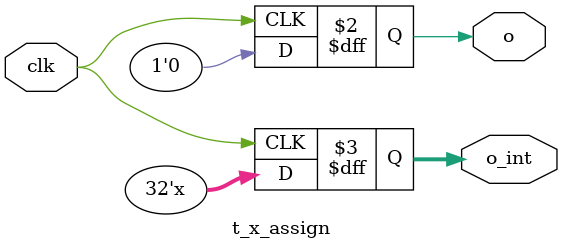
<source format=v>

module t_x_assign(
   input wire clk,
   output reg o,
   output reg[31:0] o_int
);
   always @(posedge clk) begin
      if (1'bx) o <= 1'd1; else o <= 1'd0;
      o_int <= 'x;
   end
endmodule

</source>
